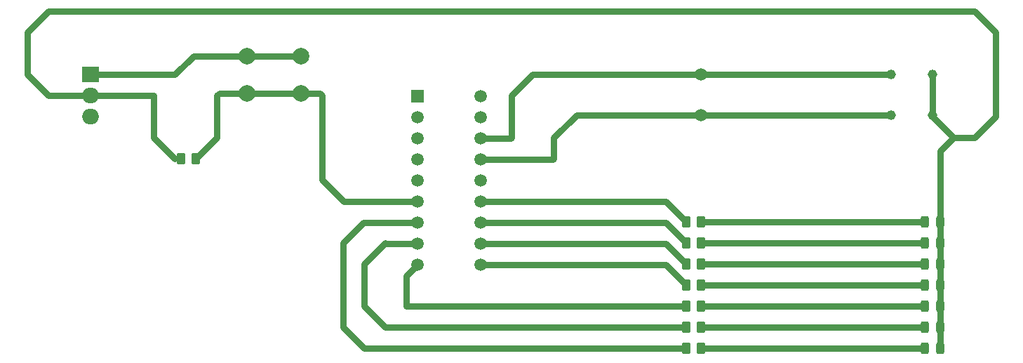
<source format=gbr>
%TF.GenerationSoftware,KiCad,Pcbnew,7.0.10*%
%TF.CreationDate,2024-11-22T18:49:45+05:30*%
%TF.ProjectId,test 3,74657374-2033-42e6-9b69-6361645f7063,rev?*%
%TF.SameCoordinates,Original*%
%TF.FileFunction,Copper,L1,Top*%
%TF.FilePolarity,Positive*%
%FSLAX46Y46*%
G04 Gerber Fmt 4.6, Leading zero omitted, Abs format (unit mm)*
G04 Created by KiCad (PCBNEW 7.0.10) date 2024-11-22 18:49:45*
%MOMM*%
%LPD*%
G01*
G04 APERTURE LIST*
G04 Aperture macros list*
%AMRoundRect*
0 Rectangle with rounded corners*
0 $1 Rounding radius*
0 $2 $3 $4 $5 $6 $7 $8 $9 X,Y pos of 4 corners*
0 Add a 4 corners polygon primitive as box body*
4,1,4,$2,$3,$4,$5,$6,$7,$8,$9,$2,$3,0*
0 Add four circle primitives for the rounded corners*
1,1,$1+$1,$2,$3*
1,1,$1+$1,$4,$5*
1,1,$1+$1,$6,$7*
1,1,$1+$1,$8,$9*
0 Add four rect primitives between the rounded corners*
20,1,$1+$1,$2,$3,$4,$5,0*
20,1,$1+$1,$4,$5,$6,$7,0*
20,1,$1+$1,$6,$7,$8,$9,0*
20,1,$1+$1,$8,$9,$2,$3,0*%
G04 Aperture macros list end*
%TA.AperFunction,ComponentPad*%
%ADD10C,2.000000*%
%TD*%
%TA.AperFunction,SMDPad,CuDef*%
%ADD11RoundRect,0.250000X0.262500X0.450000X-0.262500X0.450000X-0.262500X-0.450000X0.262500X-0.450000X0*%
%TD*%
%TA.AperFunction,SMDPad,CuDef*%
%ADD12RoundRect,0.250000X-0.262500X-0.450000X0.262500X-0.450000X0.262500X0.450000X-0.262500X0.450000X0*%
%TD*%
%TA.AperFunction,SMDPad,CuDef*%
%ADD13RoundRect,0.243750X-0.243750X-0.456250X0.243750X-0.456250X0.243750X0.456250X-0.243750X0.456250X0*%
%TD*%
%TA.AperFunction,ComponentPad*%
%ADD14C,1.500000*%
%TD*%
%TA.AperFunction,ComponentPad*%
%ADD15R,2.000000X1.905000*%
%TD*%
%TA.AperFunction,ComponentPad*%
%ADD16O,2.000000X1.905000*%
%TD*%
%TA.AperFunction,ComponentPad*%
%ADD17C,1.150000*%
%TD*%
%TA.AperFunction,ComponentPad*%
%ADD18R,1.498600X1.498600*%
%TD*%
%TA.AperFunction,ComponentPad*%
%ADD19C,1.498600*%
%TD*%
%TA.AperFunction,Conductor*%
%ADD20C,0.250000*%
%TD*%
%TA.AperFunction,Conductor*%
%ADD21C,0.750000*%
%TD*%
G04 APERTURE END LIST*
D10*
%TO.P,SW1,1,1*%
%TO.N,R1*%
X101600000Y-68290000D03*
X95100000Y-68290000D03*
%TO.P,SW1,2,2*%
%TO.N,U1*%
X101600000Y-63790000D03*
X95100000Y-63790000D03*
%TD*%
D11*
%TO.P,R6,1*%
%TO.N,R66*%
X149860000Y-88900000D03*
%TO.P,R6,2*%
%TO.N,R6*%
X148035000Y-88900000D03*
%TD*%
D12*
%TO.P,R1,1*%
%TO.N,Gnd2*%
X87075000Y-76200000D03*
%TO.P,R1,2*%
%TO.N,R1*%
X88900000Y-76200000D03*
%TD*%
D11*
%TO.P,R2,1*%
%TO.N,R22*%
X149860000Y-99060000D03*
%TO.P,R2,2*%
%TO.N,R2*%
X148035000Y-99060000D03*
%TD*%
%TO.P,R8,1*%
%TO.N,R88*%
X149860000Y-83820000D03*
%TO.P,R8,2*%
%TO.N,R8*%
X148035000Y-83820000D03*
%TD*%
D13*
%TO.P,D1,1,K*%
%TO.N,R22*%
X176862500Y-99060000D03*
%TO.P,D1,2,A*%
%TO.N,Gnd2*%
X178737500Y-99060000D03*
%TD*%
D11*
%TO.P,R5,1*%
%TO.N,R55*%
X149860000Y-91440000D03*
%TO.P,R5,2*%
%TO.N,R5*%
X148035000Y-91440000D03*
%TD*%
D14*
%TO.P,Y1,1,1*%
%TO.N,c1*%
X149860000Y-66040000D03*
%TO.P,Y1,2,2*%
%TO.N,c2*%
X149860000Y-70920000D03*
%TD*%
D13*
%TO.P,D6,1,K*%
%TO.N,R77*%
X176862500Y-86360000D03*
%TO.P,D6,2,A*%
%TO.N,Gnd2*%
X178737500Y-86360000D03*
%TD*%
%TO.P,D2,1,K*%
%TO.N,R33*%
X176862500Y-96520000D03*
%TO.P,D2,2,A*%
%TO.N,Gnd2*%
X178737500Y-96520000D03*
%TD*%
D11*
%TO.P,R4,1*%
%TO.N,R44*%
X149860000Y-93980000D03*
%TO.P,R4,2*%
%TO.N,R4*%
X148035000Y-93980000D03*
%TD*%
D15*
%TO.P,U2,1,VI*%
%TO.N,U1*%
X76200000Y-66040000D03*
D16*
%TO.P,U2,2,GND*%
%TO.N,Gnd2*%
X76200000Y-68580000D03*
%TO.P,U2,3,VO*%
%TO.N,unconnected-(U2-VO-Pad3)*%
X76200000Y-71120000D03*
%TD*%
D13*
%TO.P,D5,1,K*%
%TO.N,R66*%
X176862500Y-88900000D03*
%TO.P,D5,2,A*%
%TO.N,Gnd2*%
X178737500Y-88900000D03*
%TD*%
%TO.P,D7,1,K*%
%TO.N,R88*%
X176862500Y-83820000D03*
%TO.P,D7,2,A*%
%TO.N,Gnd2*%
X178737500Y-83820000D03*
%TD*%
%TO.P,D3,1,K*%
%TO.N,R44*%
X176862500Y-93980000D03*
%TO.P,D3,2,A*%
%TO.N,Gnd2*%
X178737500Y-93980000D03*
%TD*%
D11*
%TO.P,R7,1*%
%TO.N,R77*%
X149860000Y-86360000D03*
%TO.P,R7,2*%
%TO.N,R7*%
X148035000Y-86360000D03*
%TD*%
D17*
%TO.P,C2,1*%
%TO.N,Gnd2*%
X177760000Y-70920000D03*
%TO.P,C2,2*%
%TO.N,c2*%
X172760000Y-70920000D03*
%TD*%
D11*
%TO.P,R3,1*%
%TO.N,R33*%
X149860000Y-96520000D03*
%TO.P,R3,2*%
%TO.N,R3*%
X148035000Y-96520000D03*
%TD*%
D18*
%TO.P,U1,1,Vref-/CVref/AN2/RA2*%
%TO.N,unconnected-(U1-Vref-{slash}CVref{slash}AN2{slash}RA2-Pad1)*%
X115629300Y-68667400D03*
D19*
%TO.P,U1,2,C1OUT/Vref+/AN3/RA3*%
%TO.N,unconnected-(U1-C1OUT{slash}Vref+{slash}AN3{slash}RA3-Pad2)*%
X115629300Y-71207400D03*
%TO.P,U1,3,C2OUT/T0CKI/AN4/RA4*%
%TO.N,unconnected-(U1-C2OUT{slash}T0CKI{slash}AN4{slash}RA4-Pad3)*%
X115629300Y-73747400D03*
%TO.P,U1,4,~{MCLR}/Vpp/RA5*%
%TO.N,unconnected-(U1-~{MCLR}{slash}Vpp{slash}RA5-Pad4)*%
X115629300Y-76287400D03*
%TO.P,U1,5,VSS*%
%TO.N,unconnected-(U1-VSS-Pad5)*%
X115629300Y-78827400D03*
%TO.P,U1,6,RB0/INT/CCP1*%
%TO.N,R1*%
X115629300Y-81367400D03*
%TO.P,U1,7,RB1/SDI/SDA*%
%TO.N,R2*%
X115629300Y-83907400D03*
%TO.P,U1,8,RB2/SDO/RX/DT*%
%TO.N,R3*%
X115629300Y-86447400D03*
%TO.P,U1,9,RB3/PGM/CCP1*%
%TO.N,R4*%
X115629300Y-88987400D03*
%TO.P,U1,10,RB4/SCK/SCL*%
%TO.N,R5*%
X123249300Y-88987400D03*
%TO.P,U1,11,RB5/~{SS}/TX/CK*%
%TO.N,R6*%
X123249300Y-86447400D03*
%TO.P,U1,12,RB6/AN5/PGC/T1CKI*%
%TO.N,R7*%
X123249300Y-83907400D03*
%TO.P,U1,13,RB7/AN6/PGD/T1OSI*%
%TO.N,R8*%
X123249300Y-81367400D03*
%TO.P,U1,14,VDD*%
%TO.N,unconnected-(U1-VDD-Pad14)*%
X123249300Y-78827400D03*
%TO.P,U1,15,CLKOUT/OSC2/RA6*%
%TO.N,c2*%
X123249300Y-76287400D03*
%TO.P,U1,16,CLKIN/OSC1/RA7*%
%TO.N,c1*%
X123249300Y-73747400D03*
%TO.P,U1,17,AN0/RA0*%
%TO.N,unconnected-(U1-AN0{slash}RA0-Pad17)*%
X123249300Y-71207400D03*
%TO.P,U1,18,AN1/RA1*%
%TO.N,unconnected-(U1-AN1{slash}RA1-Pad18)*%
X123249300Y-68667400D03*
%TD*%
D17*
%TO.P,C1,1*%
%TO.N,Gnd2*%
X177760000Y-66040000D03*
%TO.P,C1,2*%
%TO.N,c1*%
X172760000Y-66040000D03*
%TD*%
D13*
%TO.P,D4,1,K*%
%TO.N,R55*%
X176862500Y-91440000D03*
%TO.P,D4,2,A*%
%TO.N,Gnd2*%
X178737500Y-91440000D03*
%TD*%
D20*
%TO.N,c1*%
X126912600Y-73747400D02*
X127000000Y-73660000D01*
D21*
X127000000Y-68580000D02*
X129540000Y-66040000D01*
X129540000Y-66040000D02*
X149860000Y-66040000D01*
X127000000Y-73660000D02*
X127000000Y-68580000D01*
X172760000Y-66040000D02*
X149860000Y-66040000D01*
X123249300Y-73747400D02*
X126912600Y-73747400D01*
%TO.N,Gnd2*%
X178737500Y-88900000D02*
X178737500Y-91440000D01*
X185420000Y-71120000D02*
X182880000Y-73660000D01*
X178737500Y-83820000D02*
X178737500Y-86360000D01*
D20*
X86360000Y-76200000D02*
X87075000Y-76200000D01*
D21*
X178737500Y-91440000D02*
X178737500Y-93980000D01*
X76200000Y-68580000D02*
X71120000Y-68580000D01*
X71120000Y-68580000D02*
X68580000Y-66040000D01*
X182880000Y-73660000D02*
X180340000Y-73660000D01*
X178737500Y-86360000D02*
X178737500Y-88900000D01*
X178737500Y-75262500D02*
X178737500Y-83820000D01*
X182880000Y-58420000D02*
X185420000Y-60960000D01*
X185420000Y-68580000D02*
X185420000Y-71120000D01*
X68580000Y-60960000D02*
X71120000Y-58420000D01*
X185420000Y-60960000D02*
X185420000Y-68580000D01*
X76200000Y-68580000D02*
X83820000Y-68580000D01*
X83820000Y-68580000D02*
X83820000Y-73660000D01*
X177760000Y-71080000D02*
X177760000Y-66040000D01*
X83820000Y-73660000D02*
X86360000Y-76200000D01*
X178737500Y-93980000D02*
X178737500Y-96520000D01*
X180340000Y-73660000D02*
X177760000Y-71080000D01*
X178737500Y-96520000D02*
X178737500Y-99060000D01*
X180340000Y-73660000D02*
X178737500Y-75262500D01*
X68580000Y-66040000D02*
X68580000Y-60960000D01*
X71120000Y-58420000D02*
X182880000Y-58420000D01*
%TO.N,c2*%
X123249300Y-76287400D02*
X131992600Y-76287400D01*
X132080000Y-76200000D02*
X132080000Y-73660000D01*
X172760000Y-70920000D02*
X149860000Y-70920000D01*
X132080000Y-73660000D02*
X134820000Y-70920000D01*
X134820000Y-70920000D02*
X149860000Y-70920000D01*
D20*
X131992600Y-76287400D02*
X132080000Y-76200000D01*
D21*
%TO.N,R22*%
X149860000Y-99060000D02*
X176862500Y-99060000D01*
%TO.N,R33*%
X149860000Y-96520000D02*
X176862500Y-96520000D01*
%TO.N,R44*%
X149860000Y-93980000D02*
X176862500Y-93980000D01*
%TO.N,R55*%
X149860000Y-91440000D02*
X176862500Y-91440000D01*
%TO.N,R66*%
X149860000Y-88900000D02*
X176862500Y-88900000D01*
%TO.N,R77*%
X149860000Y-86360000D02*
X176862500Y-86360000D01*
%TO.N,R88*%
X149860000Y-83820000D02*
X176862500Y-83820000D01*
%TO.N,R1*%
X95100000Y-68290000D02*
X101600000Y-68290000D01*
X103850000Y-68290000D02*
X104140000Y-68580000D01*
X104140000Y-78740000D02*
X106767400Y-81367400D01*
X91730000Y-68290000D02*
X95100000Y-68290000D01*
X106767400Y-81367400D02*
X115629300Y-81367400D01*
X91440000Y-73660000D02*
X91440000Y-68580000D01*
X91440000Y-68580000D02*
X91730000Y-68290000D01*
X88900000Y-76200000D02*
X91440000Y-73660000D01*
X101600000Y-68290000D02*
X103850000Y-68290000D01*
X104140000Y-68580000D02*
X104140000Y-78740000D01*
%TO.N,R2*%
X109220000Y-99060000D02*
X148035000Y-99060000D01*
X106680000Y-96520000D02*
X109220000Y-99060000D01*
X115629300Y-83907400D02*
X109132600Y-83907400D01*
X106680000Y-86360000D02*
X106680000Y-96520000D01*
X109132600Y-83907400D02*
X106680000Y-86360000D01*
%TO.N,R3*%
X109220000Y-88900000D02*
X109220000Y-93980000D01*
X115629300Y-86447400D02*
X111847400Y-86447400D01*
D20*
X111847400Y-86447400D02*
X111760000Y-86360000D01*
D21*
X111760000Y-86360000D02*
X109220000Y-88900000D01*
X111760000Y-96520000D02*
X148035000Y-96520000D01*
X109220000Y-93980000D02*
X111760000Y-96520000D01*
%TO.N,R4*%
X115629300Y-88987400D02*
X114300000Y-90316700D01*
X114300000Y-93980000D02*
X148035000Y-93980000D01*
X114300000Y-90316700D02*
X114300000Y-93980000D01*
%TO.N,R5*%
X145582400Y-88987400D02*
X148035000Y-91440000D01*
X123249300Y-88987400D02*
X145582400Y-88987400D01*
%TO.N,R6*%
X123249300Y-86447400D02*
X145582400Y-86447400D01*
X145582400Y-86447400D02*
X148035000Y-88900000D01*
%TO.N,R7*%
X145582400Y-83907400D02*
X148035000Y-86360000D01*
X123249300Y-83907400D02*
X145582400Y-83907400D01*
%TO.N,R8*%
X123249300Y-81367400D02*
X145582400Y-81367400D01*
X145582400Y-81367400D02*
X148035000Y-83820000D01*
%TO.N,U1*%
X86360000Y-66040000D02*
X76200000Y-66040000D01*
X95100000Y-63790000D02*
X88610000Y-63790000D01*
X88610000Y-63790000D02*
X86360000Y-66040000D01*
X95100000Y-63790000D02*
X101600000Y-63790000D01*
%TD*%
M02*

</source>
